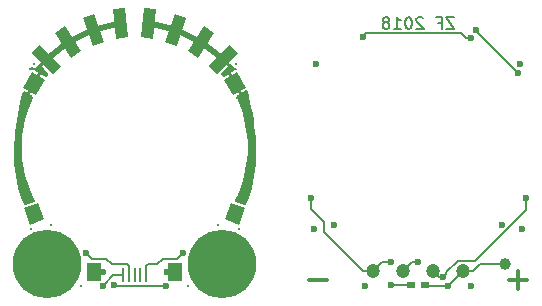
<source format=gbr>
G04 #@! TF.FileFunction,Copper,L2,Bot,Signal*
%FSLAX46Y46*%
G04 Gerber Fmt 4.6, Leading zero omitted, Abs format (unit mm)*
G04 Created by KiCad (PCBNEW 4.0.7-e2-6376~58~ubuntu14.04.1) date Thu May 17 14:08:47 2018*
%MOMM*%
%LPD*%
G01*
G04 APERTURE LIST*
%ADD10C,0.100000*%
%ADD11C,0.300000*%
%ADD12C,0.140000*%
%ADD13C,0.300000*%
%ADD14C,0.600000*%
%ADD15R,0.250000X1.200000*%
%ADD16R,1.250000X1.500000*%
%ADD17R,0.800000X0.500000*%
%ADD18C,1.200000*%
%ADD19C,5.800000*%
%ADD20C,1.000000*%
%ADD21C,0.200000*%
%ADD22C,0.500000*%
G04 APERTURE END LIST*
D10*
D11*
X82261905Y-151142857D02*
X80738095Y-151142857D01*
X97738095Y-151142857D02*
X99261905Y-151142857D01*
X98500000Y-151904762D02*
X98500000Y-150380952D01*
D12*
X93047619Y-128852381D02*
X92380952Y-128852381D01*
X93047619Y-129852381D01*
X92380952Y-129852381D01*
X91666666Y-129328571D02*
X92000000Y-129328571D01*
X92000000Y-129852381D02*
X92000000Y-128852381D01*
X91523809Y-128852381D01*
X90428571Y-128947619D02*
X90380952Y-128900000D01*
X90285714Y-128852381D01*
X90047618Y-128852381D01*
X89952380Y-128900000D01*
X89904761Y-128947619D01*
X89857142Y-129042857D01*
X89857142Y-129138095D01*
X89904761Y-129280952D01*
X90476190Y-129852381D01*
X89857142Y-129852381D01*
X89238095Y-128852381D02*
X89142856Y-128852381D01*
X89047618Y-128900000D01*
X88999999Y-128947619D01*
X88952380Y-129042857D01*
X88904761Y-129233333D01*
X88904761Y-129471429D01*
X88952380Y-129661905D01*
X88999999Y-129757143D01*
X89047618Y-129804762D01*
X89142856Y-129852381D01*
X89238095Y-129852381D01*
X89333333Y-129804762D01*
X89380952Y-129757143D01*
X89428571Y-129661905D01*
X89476190Y-129471429D01*
X89476190Y-129233333D01*
X89428571Y-129042857D01*
X89380952Y-128947619D01*
X89333333Y-128900000D01*
X89238095Y-128852381D01*
X87952380Y-129852381D02*
X88523809Y-129852381D01*
X88238095Y-129852381D02*
X88238095Y-128852381D01*
X88333333Y-128995238D01*
X88428571Y-129090476D01*
X88523809Y-129138095D01*
X87380952Y-129280952D02*
X87476190Y-129233333D01*
X87523809Y-129185714D01*
X87571428Y-129090476D01*
X87571428Y-129042857D01*
X87523809Y-128947619D01*
X87476190Y-128900000D01*
X87380952Y-128852381D01*
X87190475Y-128852381D01*
X87095237Y-128900000D01*
X87047618Y-128947619D01*
X86999999Y-129042857D01*
X86999999Y-129090476D01*
X87047618Y-129185714D01*
X87095237Y-129233333D01*
X87190475Y-129280952D01*
X87380952Y-129280952D01*
X87476190Y-129328571D01*
X87523809Y-129376190D01*
X87571428Y-129471429D01*
X87571428Y-129661905D01*
X87523809Y-129757143D01*
X87476190Y-129804762D01*
X87380952Y-129852381D01*
X87190475Y-129852381D01*
X87095237Y-129804762D01*
X87047618Y-129757143D01*
X86999999Y-129661905D01*
X86999999Y-129471429D01*
X87047618Y-129376190D01*
X87095237Y-129328571D01*
X87190475Y-129280952D01*
D13*
X98600000Y-132800000D03*
D14*
X98600000Y-132800000D03*
D10*
G36*
X74169207Y-144581468D02*
X75343823Y-145008993D01*
X74830793Y-146418532D01*
X73656177Y-145991007D01*
X74169207Y-144581468D01*
X74169207Y-144581468D01*
G37*
G36*
X59054278Y-133687598D02*
X57271152Y-131935325D01*
X57972062Y-131222074D01*
X59755188Y-132974347D01*
X59054278Y-133687598D01*
X59054278Y-133687598D01*
G37*
G36*
X60610583Y-132281662D02*
X59267334Y-130173183D01*
X60110725Y-129635884D01*
X61453974Y-131744363D01*
X60610583Y-132281662D01*
X60610583Y-132281662D01*
G37*
G36*
X62443266Y-131261852D02*
X61608749Y-128905249D01*
X62551390Y-128571442D01*
X63385907Y-130928045D01*
X62443266Y-131261852D01*
X62443266Y-131261852D01*
G37*
G36*
X64458384Y-130680447D02*
X64175376Y-128196518D01*
X65168948Y-128083315D01*
X65451956Y-130567244D01*
X64458384Y-130680447D01*
X64458384Y-130680447D01*
G37*
G36*
X66552643Y-130567242D02*
X66835651Y-128083313D01*
X67829223Y-128196516D01*
X67546215Y-130680445D01*
X66552643Y-130567242D01*
X66552643Y-130567242D01*
G37*
G36*
X68618692Y-130928046D02*
X69453209Y-128571443D01*
X70395850Y-128905250D01*
X69561333Y-131261853D01*
X68618692Y-130928046D01*
X68618692Y-130928046D01*
G37*
G36*
X70550624Y-131744363D02*
X71893873Y-129635884D01*
X72737264Y-130173183D01*
X71394015Y-132281662D01*
X70550624Y-131744363D01*
X70550624Y-131744363D01*
G37*
D15*
X67000000Y-150700000D03*
X66500000Y-150700000D03*
X66000000Y-150700000D03*
X65500000Y-150700000D03*
X65000000Y-150700000D03*
D16*
X62600000Y-150400000D03*
X69400000Y-150400000D03*
D17*
X90600000Y-151500000D03*
X89400000Y-151500000D03*
D10*
G36*
X72249411Y-132974348D02*
X74032537Y-131222075D01*
X74733447Y-131935326D01*
X72950321Y-133687599D01*
X72249411Y-132974348D01*
X72249411Y-132974348D01*
G37*
G36*
X56656177Y-145008993D02*
X57830793Y-144581468D01*
X58343823Y-145991007D01*
X57169207Y-146418532D01*
X56656177Y-145008993D01*
X56656177Y-145008993D01*
G37*
G36*
X57666266Y-135462019D02*
X56583734Y-134837019D01*
X57333734Y-133537981D01*
X58416266Y-134162981D01*
X57666266Y-135462019D01*
X57666266Y-135462019D01*
G37*
G36*
X75416266Y-134837019D02*
X74333734Y-135462019D01*
X73583734Y-134162981D01*
X74666266Y-133537981D01*
X75416266Y-134837019D01*
X75416266Y-134837019D01*
G37*
D18*
X86190000Y-150365000D03*
X88730000Y-150365000D03*
X91270000Y-150365000D03*
X93810000Y-150365000D03*
D19*
X73400000Y-149800000D03*
D20*
X97400000Y-149800000D03*
D19*
X58600000Y-149800000D03*
D20*
X58600000Y-149800000D03*
D13*
X57200000Y-146800000D03*
X58900000Y-146500000D03*
X73100000Y-146500000D03*
X74800000Y-146800000D03*
X81200000Y-146800000D03*
D14*
X81200000Y-146800000D03*
D13*
X82900000Y-146500000D03*
D14*
X82900000Y-146500000D03*
D13*
X98800000Y-146800000D03*
D14*
X98800000Y-146800000D03*
D13*
X97100000Y-146500000D03*
D14*
X97100000Y-146500000D03*
D13*
X57500000Y-132800000D03*
X74600000Y-132800000D03*
X81400000Y-132800000D03*
D14*
X81400000Y-132800000D03*
D13*
X61500000Y-151600000D03*
X70500000Y-151600000D03*
X85500000Y-151600000D03*
D14*
X85500000Y-151600000D03*
D13*
X94500000Y-151600000D03*
D14*
X94500000Y-151600000D03*
X92500000Y-151600000D03*
X87700000Y-151500000D03*
X61900000Y-148800000D03*
X56900000Y-144200000D03*
X80900000Y-144200000D03*
X87722255Y-149597658D03*
X85300000Y-130500000D03*
X94500000Y-130600000D03*
X99100000Y-144200000D03*
X94943766Y-129934350D03*
X98500000Y-133600000D03*
X92100000Y-150900000D03*
X75200000Y-144200000D03*
X70100000Y-148800000D03*
X68713985Y-150458562D03*
X68692801Y-151643199D03*
X64300000Y-151500000D03*
X63300000Y-150400000D03*
X73400000Y-149800000D03*
X90000000Y-149599998D03*
X63307199Y-151643199D03*
D21*
X93810000Y-150365000D02*
X94658528Y-150365000D01*
X94658528Y-150365000D02*
X95223528Y-149800000D01*
X95223528Y-149800000D02*
X97400000Y-149800000D01*
X92500000Y-151600000D02*
X92575000Y-151600000D01*
X92575000Y-151600000D02*
X93810000Y-150365000D01*
X92500000Y-151600000D02*
X90700000Y-151600000D01*
X90700000Y-151600000D02*
X90600000Y-151500000D01*
X89400000Y-151500000D02*
X87700000Y-151500000D01*
X62400000Y-149300000D02*
X61900000Y-148800000D01*
X63600002Y-149300000D02*
X62400000Y-149300000D01*
X65500000Y-150700000D02*
X65500000Y-149900000D01*
X65500000Y-149900000D02*
X65399999Y-149799999D01*
X65399999Y-149799999D02*
X64100001Y-149799999D01*
X64100001Y-149799999D02*
X63600002Y-149300000D01*
D22*
X58513170Y-132454836D02*
X60360000Y-130960000D01*
X60360000Y-130960000D02*
X62490000Y-129910000D01*
X62490000Y-129910000D02*
X64820000Y-129380000D01*
X64820000Y-129380000D02*
X64813666Y-129381881D01*
D21*
X82000000Y-146175000D02*
X80900000Y-145075000D01*
X86190000Y-150365000D02*
X85341472Y-150365000D01*
X85341472Y-150365000D02*
X82000000Y-147023528D01*
X82000000Y-147023528D02*
X82000000Y-146175000D01*
X80900000Y-145075000D02*
X80900000Y-144200000D01*
X93675736Y-130200000D02*
X85599999Y-130200001D01*
X85599999Y-130200001D02*
X85300000Y-130500000D01*
X94500000Y-130600000D02*
X94075736Y-130600000D01*
X94075736Y-130600000D02*
X93675736Y-130200000D01*
X87722255Y-149597658D02*
X86957342Y-149597658D01*
X86957342Y-149597658D02*
X86190000Y-150365000D01*
X94835001Y-149464999D02*
X99100000Y-145200000D01*
X99100000Y-145200000D02*
X99100000Y-144200000D01*
X94735001Y-149464999D02*
X94835001Y-149464999D01*
X94943766Y-130043766D02*
X94943766Y-129934350D01*
X98500000Y-133600000D02*
X94943766Y-130043766D01*
X94364999Y-149464999D02*
X94735001Y-149464999D01*
X92100000Y-150900000D02*
X92399999Y-150600001D01*
X92399999Y-150600001D02*
X92399999Y-150442999D01*
X92399999Y-150442999D02*
X93377999Y-149464999D01*
X93377999Y-149464999D02*
X94364999Y-149464999D01*
X92100000Y-150900000D02*
X91805000Y-150900000D01*
X91805000Y-150900000D02*
X91270000Y-150365000D01*
D22*
X67190933Y-129381879D02*
X69520000Y-129930000D01*
D21*
X68400000Y-149300000D02*
X69600000Y-149300000D01*
X69600000Y-149300000D02*
X70100000Y-148800000D01*
X67900000Y-149800000D02*
X68400000Y-149300000D01*
X67100000Y-149800000D02*
X67900000Y-149800000D01*
X67000000Y-150700000D02*
X67000000Y-149900000D01*
X67000000Y-149900000D02*
X67100000Y-149800000D01*
D22*
X69520000Y-129930000D02*
X71640000Y-130960000D01*
X71640000Y-130960000D02*
X73490000Y-132440000D01*
X73490000Y-132440000D02*
X73491429Y-132454837D01*
D21*
X69400000Y-150400000D02*
X68772547Y-150400000D01*
X68772547Y-150400000D02*
X68713985Y-150458562D01*
X64300000Y-151500000D02*
X64400000Y-151600000D01*
X64400000Y-151600000D02*
X68649602Y-151600000D01*
X68649602Y-151600000D02*
X68692801Y-151643199D01*
X62600000Y-150400000D02*
X63300000Y-150400000D01*
X90000000Y-149599998D02*
X89495002Y-149599998D01*
X89495002Y-149599998D02*
X88730000Y-150365000D01*
X63411996Y-151500000D02*
X63411996Y-151538402D01*
X63411996Y-151538402D02*
X63307199Y-151643199D01*
X64211996Y-150700000D02*
X63411996Y-151500000D01*
X65000000Y-150700000D02*
X64211996Y-150700000D01*
G36*
X58512553Y-132384128D02*
X58525970Y-132370475D01*
X58594492Y-132443418D01*
X58583878Y-132454219D01*
X58598143Y-132468237D01*
X58528052Y-132539563D01*
X58513787Y-132525544D01*
X58040673Y-133006988D01*
X58041599Y-133113050D01*
X58626225Y-133687561D01*
X58575051Y-133746638D01*
X58571618Y-133751487D01*
X58567452Y-133755717D01*
X58564405Y-133759538D01*
X58487340Y-133857606D01*
X58133253Y-133653173D01*
X58030801Y-133680625D01*
X57568301Y-134481699D01*
X57585622Y-134491699D01*
X57535622Y-134578301D01*
X57518301Y-134568301D01*
X57055801Y-135369375D01*
X57083253Y-135471827D01*
X57357308Y-135630053D01*
X57321494Y-135699979D01*
X57319254Y-135705659D01*
X57316135Y-135710907D01*
X57314091Y-135715346D01*
X57127849Y-136127300D01*
X57125874Y-136133127D01*
X57122991Y-136138567D01*
X57121167Y-136143101D01*
X56954648Y-136565430D01*
X56952947Y-136571395D01*
X56950315Y-136577015D01*
X56948716Y-136581633D01*
X56802505Y-137013749D01*
X56801088Y-137019842D01*
X56798721Y-137025627D01*
X56797353Y-137030319D01*
X56672032Y-137471638D01*
X56670911Y-137477835D01*
X56668817Y-137483783D01*
X56667685Y-137488537D01*
X56563839Y-137938477D01*
X56563022Y-137944770D01*
X56561217Y-137950854D01*
X56560325Y-137955658D01*
X56478539Y-138413635D01*
X56478035Y-138419998D01*
X56476530Y-138426201D01*
X56475880Y-138431045D01*
X56416738Y-138896471D01*
X56416554Y-138902882D01*
X56415358Y-138909184D01*
X56414953Y-138914054D01*
X56379040Y-139386350D01*
X56379181Y-139392784D01*
X56378303Y-139399151D01*
X56378145Y-139404036D01*
X56366038Y-139882612D01*
X56366503Y-139889020D01*
X56365948Y-139895428D01*
X56366038Y-139900314D01*
X56378145Y-140378889D01*
X56378934Y-140385272D01*
X56378704Y-140391700D01*
X56379040Y-140396575D01*
X56414953Y-140868871D01*
X56416062Y-140875192D01*
X56416156Y-140881602D01*
X56416738Y-140886454D01*
X56475880Y-141351881D01*
X56477298Y-141358102D01*
X56477713Y-141364474D01*
X56478539Y-141369291D01*
X56560325Y-141827267D01*
X56562044Y-141833372D01*
X56562773Y-141839678D01*
X56563839Y-141844447D01*
X56667685Y-142294389D01*
X56669695Y-142300364D01*
X56670730Y-142306578D01*
X56672032Y-142311288D01*
X56797353Y-142752607D01*
X56799639Y-142758424D01*
X56800971Y-142764537D01*
X56802505Y-142769177D01*
X56948716Y-143201293D01*
X56951269Y-143206949D01*
X56952887Y-143212937D01*
X56954648Y-143217496D01*
X57121167Y-143639825D01*
X57123972Y-143645303D01*
X57125867Y-143651159D01*
X57127849Y-143655626D01*
X57314091Y-144067580D01*
X57317137Y-144072872D01*
X57319297Y-144078581D01*
X57321494Y-144082947D01*
X57478239Y-144388990D01*
X56704748Y-144670518D01*
X56566236Y-144350141D01*
X56390310Y-143859306D01*
X56243280Y-143356411D01*
X56123722Y-142843263D01*
X56030183Y-142321658D01*
X55961212Y-141793500D01*
X55915317Y-141260653D01*
X55890989Y-140725145D01*
X55886714Y-140188826D01*
X55900912Y-139653691D01*
X55932035Y-139121769D01*
X55978487Y-138594880D01*
X56038660Y-138075036D01*
X56110927Y-137564280D01*
X56193683Y-137064407D01*
X56285281Y-136577472D01*
X56384096Y-136105317D01*
X56488472Y-135649937D01*
X56596745Y-135213323D01*
X56601901Y-135193918D01*
X56866747Y-135346827D01*
X56969199Y-135319375D01*
X57431699Y-134518301D01*
X57414378Y-134508301D01*
X57464378Y-134421699D01*
X57481699Y-134431699D01*
X57944199Y-133630625D01*
X57916747Y-133528173D01*
X57509323Y-133292947D01*
X57458145Y-133263399D01*
X57402186Y-133244404D01*
X57343596Y-133236691D01*
X57284629Y-133240556D01*
X57227548Y-133255851D01*
X57174547Y-133281988D01*
X57170550Y-133285055D01*
X57216339Y-133150886D01*
X57279401Y-133194715D01*
X57360270Y-133230046D01*
X57446460Y-133248996D01*
X57534691Y-133250844D01*
X57621599Y-133235520D01*
X57703876Y-133203607D01*
X57778388Y-133156320D01*
X57842296Y-133095462D01*
X57893166Y-133023349D01*
X57929060Y-132942729D01*
X57930308Y-132937238D01*
X57969348Y-132936897D01*
X58442462Y-132455453D01*
X58428197Y-132441435D01*
X58498288Y-132370109D01*
X58512553Y-132384128D01*
X58512553Y-132384128D01*
G37*
X58512553Y-132384128D02*
X58525970Y-132370475D01*
X58594492Y-132443418D01*
X58583878Y-132454219D01*
X58598143Y-132468237D01*
X58528052Y-132539563D01*
X58513787Y-132525544D01*
X58040673Y-133006988D01*
X58041599Y-133113050D01*
X58626225Y-133687561D01*
X58575051Y-133746638D01*
X58571618Y-133751487D01*
X58567452Y-133755717D01*
X58564405Y-133759538D01*
X58487340Y-133857606D01*
X58133253Y-133653173D01*
X58030801Y-133680625D01*
X57568301Y-134481699D01*
X57585622Y-134491699D01*
X57535622Y-134578301D01*
X57518301Y-134568301D01*
X57055801Y-135369375D01*
X57083253Y-135471827D01*
X57357308Y-135630053D01*
X57321494Y-135699979D01*
X57319254Y-135705659D01*
X57316135Y-135710907D01*
X57314091Y-135715346D01*
X57127849Y-136127300D01*
X57125874Y-136133127D01*
X57122991Y-136138567D01*
X57121167Y-136143101D01*
X56954648Y-136565430D01*
X56952947Y-136571395D01*
X56950315Y-136577015D01*
X56948716Y-136581633D01*
X56802505Y-137013749D01*
X56801088Y-137019842D01*
X56798721Y-137025627D01*
X56797353Y-137030319D01*
X56672032Y-137471638D01*
X56670911Y-137477835D01*
X56668817Y-137483783D01*
X56667685Y-137488537D01*
X56563839Y-137938477D01*
X56563022Y-137944770D01*
X56561217Y-137950854D01*
X56560325Y-137955658D01*
X56478539Y-138413635D01*
X56478035Y-138419998D01*
X56476530Y-138426201D01*
X56475880Y-138431045D01*
X56416738Y-138896471D01*
X56416554Y-138902882D01*
X56415358Y-138909184D01*
X56414953Y-138914054D01*
X56379040Y-139386350D01*
X56379181Y-139392784D01*
X56378303Y-139399151D01*
X56378145Y-139404036D01*
X56366038Y-139882612D01*
X56366503Y-139889020D01*
X56365948Y-139895428D01*
X56366038Y-139900314D01*
X56378145Y-140378889D01*
X56378934Y-140385272D01*
X56378704Y-140391700D01*
X56379040Y-140396575D01*
X56414953Y-140868871D01*
X56416062Y-140875192D01*
X56416156Y-140881602D01*
X56416738Y-140886454D01*
X56475880Y-141351881D01*
X56477298Y-141358102D01*
X56477713Y-141364474D01*
X56478539Y-141369291D01*
X56560325Y-141827267D01*
X56562044Y-141833372D01*
X56562773Y-141839678D01*
X56563839Y-141844447D01*
X56667685Y-142294389D01*
X56669695Y-142300364D01*
X56670730Y-142306578D01*
X56672032Y-142311288D01*
X56797353Y-142752607D01*
X56799639Y-142758424D01*
X56800971Y-142764537D01*
X56802505Y-142769177D01*
X56948716Y-143201293D01*
X56951269Y-143206949D01*
X56952887Y-143212937D01*
X56954648Y-143217496D01*
X57121167Y-143639825D01*
X57123972Y-143645303D01*
X57125867Y-143651159D01*
X57127849Y-143655626D01*
X57314091Y-144067580D01*
X57317137Y-144072872D01*
X57319297Y-144078581D01*
X57321494Y-144082947D01*
X57478239Y-144388990D01*
X56704748Y-144670518D01*
X56566236Y-144350141D01*
X56390310Y-143859306D01*
X56243280Y-143356411D01*
X56123722Y-142843263D01*
X56030183Y-142321658D01*
X55961212Y-141793500D01*
X55915317Y-141260653D01*
X55890989Y-140725145D01*
X55886714Y-140188826D01*
X55900912Y-139653691D01*
X55932035Y-139121769D01*
X55978487Y-138594880D01*
X56038660Y-138075036D01*
X56110927Y-137564280D01*
X56193683Y-137064407D01*
X56285281Y-136577472D01*
X56384096Y-136105317D01*
X56488472Y-135649937D01*
X56596745Y-135213323D01*
X56601901Y-135193918D01*
X56866747Y-135346827D01*
X56969199Y-135319375D01*
X57431699Y-134518301D01*
X57414378Y-134508301D01*
X57464378Y-134421699D01*
X57481699Y-134431699D01*
X57944199Y-133630625D01*
X57916747Y-133528173D01*
X57509323Y-133292947D01*
X57458145Y-133263399D01*
X57402186Y-133244404D01*
X57343596Y-133236691D01*
X57284629Y-133240556D01*
X57227548Y-133255851D01*
X57174547Y-133281988D01*
X57170550Y-133285055D01*
X57216339Y-133150886D01*
X57279401Y-133194715D01*
X57360270Y-133230046D01*
X57446460Y-133248996D01*
X57534691Y-133250844D01*
X57621599Y-133235520D01*
X57703876Y-133203607D01*
X57778388Y-133156320D01*
X57842296Y-133095462D01*
X57893166Y-133023349D01*
X57929060Y-132942729D01*
X57930308Y-132937238D01*
X57969348Y-132936897D01*
X58442462Y-132455453D01*
X58428197Y-132441435D01*
X58498288Y-132370109D01*
X58512553Y-132384128D01*
G36*
X74035251Y-132936898D02*
X74141313Y-132937824D01*
X74163719Y-132915806D01*
X74165340Y-132924637D01*
X74197826Y-133006689D01*
X74245632Y-133080869D01*
X74306935Y-133144350D01*
X74379401Y-133194715D01*
X74460270Y-133230046D01*
X74546460Y-133248996D01*
X74582088Y-133249742D01*
X74541855Y-133263399D01*
X74490677Y-133292947D01*
X74083253Y-133528173D01*
X74055801Y-133630625D01*
X74518301Y-134431699D01*
X74535622Y-134421699D01*
X74585622Y-134508301D01*
X74568301Y-134518301D01*
X75030801Y-135319375D01*
X75133253Y-135346827D01*
X75464378Y-135155651D01*
X75482705Y-135221868D01*
X75595492Y-135658848D01*
X75704045Y-136114351D01*
X75806670Y-136586598D01*
X75901626Y-137073582D01*
X75987189Y-137573333D01*
X76061642Y-138083934D01*
X76123281Y-138603425D01*
X76170414Y-139129865D01*
X76201345Y-139661184D01*
X76214422Y-140195503D01*
X76207978Y-140730853D01*
X76180394Y-141265250D01*
X76130067Y-141796706D01*
X76055409Y-142323377D01*
X75954880Y-142843255D01*
X75826933Y-143354559D01*
X75670052Y-143855438D01*
X75482707Y-144344182D01*
X75326704Y-144681965D01*
X74548618Y-144398765D01*
X74710371Y-144082947D01*
X74712610Y-144077268D01*
X74715731Y-144072018D01*
X74717775Y-144067579D01*
X74904016Y-143655625D01*
X74905991Y-143649800D01*
X74908874Y-143644359D01*
X74910698Y-143639825D01*
X75077217Y-143217495D01*
X75078918Y-143211532D01*
X75081550Y-143205911D01*
X75083149Y-143201293D01*
X75229360Y-142769176D01*
X75230777Y-142763085D01*
X75233144Y-142757299D01*
X75234512Y-142752607D01*
X75359833Y-142311288D01*
X75360955Y-142305087D01*
X75363047Y-142299144D01*
X75364180Y-142294390D01*
X75468027Y-141844448D01*
X75468844Y-141838156D01*
X75470649Y-141832071D01*
X75471541Y-141827266D01*
X75553326Y-141369291D01*
X75553830Y-141362928D01*
X75555335Y-141356725D01*
X75555985Y-141351881D01*
X75615127Y-140886453D01*
X75615311Y-140880043D01*
X75616507Y-140873741D01*
X75616912Y-140868871D01*
X75652824Y-140396576D01*
X75652684Y-140390147D01*
X75653562Y-140383774D01*
X75653720Y-140378889D01*
X75665827Y-139900315D01*
X75665362Y-139893907D01*
X75665917Y-139887498D01*
X75665827Y-139882611D01*
X75653720Y-139404036D01*
X75652931Y-139397653D01*
X75653161Y-139391225D01*
X75652824Y-139386349D01*
X75616912Y-138914054D01*
X75615803Y-138907733D01*
X75615709Y-138901324D01*
X75615127Y-138896471D01*
X75555985Y-138431045D01*
X75554567Y-138424824D01*
X75554152Y-138418452D01*
X75553326Y-138413636D01*
X75471541Y-137955659D01*
X75469822Y-137949555D01*
X75469093Y-137943247D01*
X75468027Y-137938477D01*
X75364180Y-137488536D01*
X75362169Y-137482560D01*
X75361135Y-137476349D01*
X75359833Y-137471638D01*
X75234512Y-137030319D01*
X75232226Y-137024501D01*
X75230894Y-137018390D01*
X75229360Y-137013750D01*
X75083149Y-136581633D01*
X75080596Y-136575977D01*
X75078978Y-136569989D01*
X75077217Y-136565431D01*
X74910698Y-136143101D01*
X74907894Y-136137627D01*
X74905999Y-136131768D01*
X74904016Y-136127301D01*
X74717775Y-135715347D01*
X74714731Y-135710059D01*
X74712569Y-135704344D01*
X74710371Y-135699979D01*
X74667285Y-135615854D01*
X74916747Y-135471827D01*
X74944199Y-135369375D01*
X74481699Y-134568301D01*
X74464378Y-134578301D01*
X74414378Y-134491699D01*
X74431699Y-134481699D01*
X73969199Y-133680625D01*
X73866747Y-133653173D01*
X73534580Y-133844950D01*
X73467460Y-133759538D01*
X73463352Y-133755249D01*
X73459988Y-133750354D01*
X73456814Y-133746638D01*
X73393103Y-133673088D01*
X73963000Y-133113051D01*
X73963926Y-133006989D01*
X73533157Y-132568636D01*
X73612358Y-132506559D01*
X74035251Y-132936898D01*
X74035251Y-132936898D01*
G37*
X74035251Y-132936898D02*
X74141313Y-132937824D01*
X74163719Y-132915806D01*
X74165340Y-132924637D01*
X74197826Y-133006689D01*
X74245632Y-133080869D01*
X74306935Y-133144350D01*
X74379401Y-133194715D01*
X74460270Y-133230046D01*
X74546460Y-133248996D01*
X74582088Y-133249742D01*
X74541855Y-133263399D01*
X74490677Y-133292947D01*
X74083253Y-133528173D01*
X74055801Y-133630625D01*
X74518301Y-134431699D01*
X74535622Y-134421699D01*
X74585622Y-134508301D01*
X74568301Y-134518301D01*
X75030801Y-135319375D01*
X75133253Y-135346827D01*
X75464378Y-135155651D01*
X75482705Y-135221868D01*
X75595492Y-135658848D01*
X75704045Y-136114351D01*
X75806670Y-136586598D01*
X75901626Y-137073582D01*
X75987189Y-137573333D01*
X76061642Y-138083934D01*
X76123281Y-138603425D01*
X76170414Y-139129865D01*
X76201345Y-139661184D01*
X76214422Y-140195503D01*
X76207978Y-140730853D01*
X76180394Y-141265250D01*
X76130067Y-141796706D01*
X76055409Y-142323377D01*
X75954880Y-142843255D01*
X75826933Y-143354559D01*
X75670052Y-143855438D01*
X75482707Y-144344182D01*
X75326704Y-144681965D01*
X74548618Y-144398765D01*
X74710371Y-144082947D01*
X74712610Y-144077268D01*
X74715731Y-144072018D01*
X74717775Y-144067579D01*
X74904016Y-143655625D01*
X74905991Y-143649800D01*
X74908874Y-143644359D01*
X74910698Y-143639825D01*
X75077217Y-143217495D01*
X75078918Y-143211532D01*
X75081550Y-143205911D01*
X75083149Y-143201293D01*
X75229360Y-142769176D01*
X75230777Y-142763085D01*
X75233144Y-142757299D01*
X75234512Y-142752607D01*
X75359833Y-142311288D01*
X75360955Y-142305087D01*
X75363047Y-142299144D01*
X75364180Y-142294390D01*
X75468027Y-141844448D01*
X75468844Y-141838156D01*
X75470649Y-141832071D01*
X75471541Y-141827266D01*
X75553326Y-141369291D01*
X75553830Y-141362928D01*
X75555335Y-141356725D01*
X75555985Y-141351881D01*
X75615127Y-140886453D01*
X75615311Y-140880043D01*
X75616507Y-140873741D01*
X75616912Y-140868871D01*
X75652824Y-140396576D01*
X75652684Y-140390147D01*
X75653562Y-140383774D01*
X75653720Y-140378889D01*
X75665827Y-139900315D01*
X75665362Y-139893907D01*
X75665917Y-139887498D01*
X75665827Y-139882611D01*
X75653720Y-139404036D01*
X75652931Y-139397653D01*
X75653161Y-139391225D01*
X75652824Y-139386349D01*
X75616912Y-138914054D01*
X75615803Y-138907733D01*
X75615709Y-138901324D01*
X75615127Y-138896471D01*
X75555985Y-138431045D01*
X75554567Y-138424824D01*
X75554152Y-138418452D01*
X75553326Y-138413636D01*
X75471541Y-137955659D01*
X75469822Y-137949555D01*
X75469093Y-137943247D01*
X75468027Y-137938477D01*
X75364180Y-137488536D01*
X75362169Y-137482560D01*
X75361135Y-137476349D01*
X75359833Y-137471638D01*
X75234512Y-137030319D01*
X75232226Y-137024501D01*
X75230894Y-137018390D01*
X75229360Y-137013750D01*
X75083149Y-136581633D01*
X75080596Y-136575977D01*
X75078978Y-136569989D01*
X75077217Y-136565431D01*
X74910698Y-136143101D01*
X74907894Y-136137627D01*
X74905999Y-136131768D01*
X74904016Y-136127301D01*
X74717775Y-135715347D01*
X74714731Y-135710059D01*
X74712569Y-135704344D01*
X74710371Y-135699979D01*
X74667285Y-135615854D01*
X74916747Y-135471827D01*
X74944199Y-135369375D01*
X74481699Y-134568301D01*
X74464378Y-134578301D01*
X74414378Y-134491699D01*
X74431699Y-134481699D01*
X73969199Y-133680625D01*
X73866747Y-133653173D01*
X73534580Y-133844950D01*
X73467460Y-133759538D01*
X73463352Y-133755249D01*
X73459988Y-133750354D01*
X73456814Y-133746638D01*
X73393103Y-133673088D01*
X73963000Y-133113051D01*
X73963926Y-133006989D01*
X73533157Y-132568636D01*
X73612358Y-132506559D01*
X74035251Y-132936898D01*
M02*

</source>
